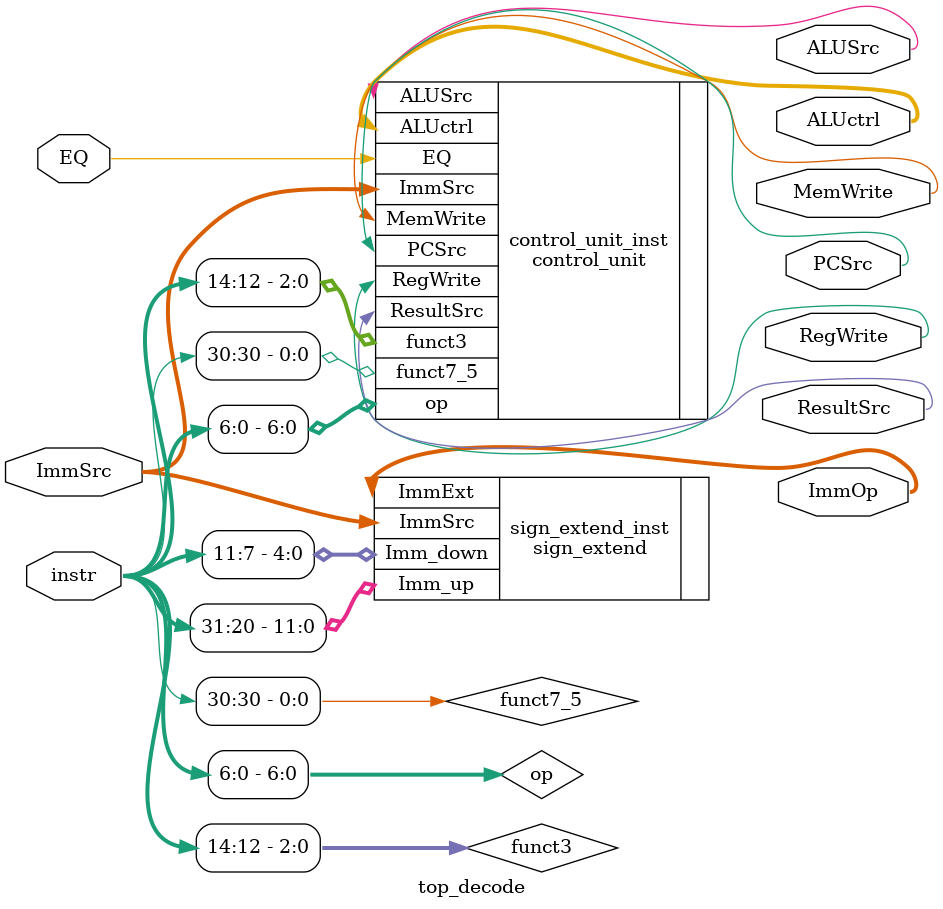
<source format=sv>
module top_decode # (
    parameter  ADDRESS_WIDTH = 5,
               DATA_WIDTH = 32
) (
    input logic [DATA_WIDTH-1:0] instr, 
    input logic        EQ,
    input logic [1:0] ImmSrc,
    output logic       RegWrite,
    output logic [2:0] ALUctrl,
    output logic       ALUSrc,
    output logic       PCSrc,
    output logic [31:0] ImmOp,
    output logic       MemWrite,
    output logic       ResultSrc
);

    // Internal signals
    logic [2:0] funct3;
    logic [6:0]   op;
    logic         funct7_5;

    // Extract fields from instruction
    assign op        = instr[6:0];
    assign funct3    = instr[14:12];
    assign funct7_5  = instr[30];  

    // Instantiate control unit
    control_unit control_unit_inst (
        .funct3(funct3),
        .op(op),
        .funct7_5(funct7_5),
        .EQ(EQ),
        .RegWrite(RegWrite),
        .ALUctrl(ALUctrl),
        .ALUSrc(ALUSrc),
        .ImmSrc(ImmSrc),
        .PCSrc(PCSrc),
        .MemWrite(MemWrite),
        .ResultSrc(ResultSrc)
    );

    // Instantiate sign extend unit
    sign_extend sign_extend_inst (
        .ImmSrc(ImmSrc),
        .Imm_up(instr[31:20]),
        .Imm_down(instr[11:7]),
        .ImmExt(ImmOp)
    );

endmodule

</source>
